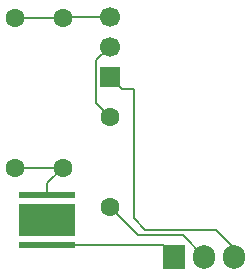
<source format=gbr>
%TF.GenerationSoftware,KiCad,Pcbnew,9.0.2*%
%TF.CreationDate,2025-06-02T21:33:08+02:00*%
%TF.ProjectId,transmitter_board,7472616e-736d-4697-9474-65725f626f61,rev?*%
%TF.SameCoordinates,Original*%
%TF.FileFunction,Copper,L1,Top*%
%TF.FilePolarity,Positive*%
%FSLAX46Y46*%
G04 Gerber Fmt 4.6, Leading zero omitted, Abs format (unit mm)*
G04 Created by KiCad (PCBNEW 9.0.2) date 2025-06-02 21:33:08*
%MOMM*%
%LPD*%
G01*
G04 APERTURE LIST*
%TA.AperFunction,ComponentPad*%
%ADD10C,1.600000*%
%TD*%
%TA.AperFunction,ComponentPad*%
%ADD11R,1.905000X2.000000*%
%TD*%
%TA.AperFunction,ComponentPad*%
%ADD12O,1.905000X2.000000*%
%TD*%
%TA.AperFunction,ComponentPad*%
%ADD13R,1.700000X1.700000*%
%TD*%
%TA.AperFunction,ComponentPad*%
%ADD14C,1.700000*%
%TD*%
%TA.AperFunction,SMDPad,CuDef*%
%ADD15R,4.780000X0.500000*%
%TD*%
%TA.AperFunction,SMDPad,CuDef*%
%ADD16R,4.780000X2.780000*%
%TD*%
%TA.AperFunction,Conductor*%
%ADD17C,0.200000*%
%TD*%
G04 APERTURE END LIST*
D10*
%TO.P,R3,1*%
%TO.N,SGN*%
X51000000Y-28380000D03*
%TO.P,R3,2*%
%TO.N,Net-(Q1-G)*%
X51000000Y-36000000D03*
%TD*%
%TO.P,R2,1*%
%TO.N,VCC*%
X47000000Y-20000000D03*
%TO.P,R2,2*%
%TO.N,Net-(D1-A)*%
X47000000Y-32700000D03*
%TD*%
%TO.P,R1,1*%
%TO.N,VCC*%
X43000000Y-20000000D03*
%TO.P,R1,2*%
%TO.N,Net-(D1-A)*%
X43000000Y-32700000D03*
%TD*%
D11*
%TO.P,Q1,1,D*%
%TO.N,Net-(D1-K)*%
X56460000Y-40230000D03*
D12*
%TO.P,Q1,2,G*%
%TO.N,Net-(Q1-G)*%
X59000000Y-40230000D03*
%TO.P,Q1,3,S*%
%TO.N,GND*%
X61540000Y-40230000D03*
%TD*%
D13*
%TO.P,J1,1,Pin_1*%
%TO.N,GND*%
X51000000Y-25000000D03*
D14*
%TO.P,J1,2,Pin_2*%
%TO.N,SGN*%
X51000000Y-22460000D03*
%TO.P,J1,3,Pin_3*%
%TO.N,VCC*%
X51000000Y-19920000D03*
%TD*%
D15*
%TO.P,D1,1,K*%
%TO.N,Net-(D1-K)*%
X45680000Y-39280000D03*
%TO.P,D1,2,A*%
%TO.N,Net-(D1-A)*%
X45680000Y-35000000D03*
D16*
%TO.P,D1,3*%
%TO.N,N/C*%
X45680000Y-37140000D03*
%TD*%
D17*
%TO.N,SGN*%
X49849000Y-23611000D02*
X49849000Y-27229000D01*
X49849000Y-27229000D02*
X51000000Y-28380000D01*
X51000000Y-22460000D02*
X49849000Y-23611000D01*
%TO.N,Net-(Q1-G)*%
X57171000Y-38401000D02*
X59000000Y-40230000D01*
X53401000Y-38401000D02*
X57171000Y-38401000D01*
X51000000Y-36000000D02*
X53401000Y-38401000D01*
%TO.N,Net-(D1-K)*%
X55510000Y-39280000D02*
X56460000Y-40230000D01*
X45680000Y-39280000D02*
X55510000Y-39280000D01*
%TO.N,Net-(D1-A)*%
X47000000Y-32700000D02*
X45680000Y-34020000D01*
X45680000Y-34020000D02*
X45680000Y-35000000D01*
X43000000Y-32700000D02*
X47000000Y-32700000D01*
%TO.N,VCC*%
X47000000Y-20000000D02*
X43000000Y-20000000D01*
X47080000Y-19920000D02*
X47000000Y-20000000D01*
X51000000Y-19920000D02*
X47080000Y-19920000D01*
%TO.N,GND*%
X53000000Y-37000000D02*
X54000000Y-38000000D01*
X53000000Y-26000000D02*
X53000000Y-37000000D01*
X60000000Y-38000000D02*
X61540000Y-39540000D01*
X54000000Y-38000000D02*
X60000000Y-38000000D01*
X52000000Y-26000000D02*
X53000000Y-26000000D01*
X51000000Y-25000000D02*
X52000000Y-26000000D01*
X61540000Y-39540000D02*
X61540000Y-40230000D01*
%TD*%
M02*

</source>
